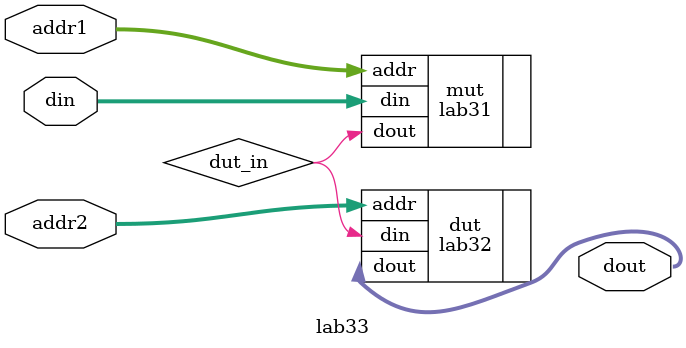
<source format=sv>
`timescale 1ns / 1ps

module lab33(
    input  logic [3 : 0] din,
    input  logic [1 : 0] addr1,
    input  logic [1 : 0] addr2,
    output logic [3 : 0] dout
);
logic dut_in;
    
lab31 mut(
    .din  (din),
    .addr (addr1),
    .dout (dut_in)
);
    
lab32 dut(
    .din  (dut_in),
    .addr (addr2),
    .dout (dout)
);

endmodule

</source>
